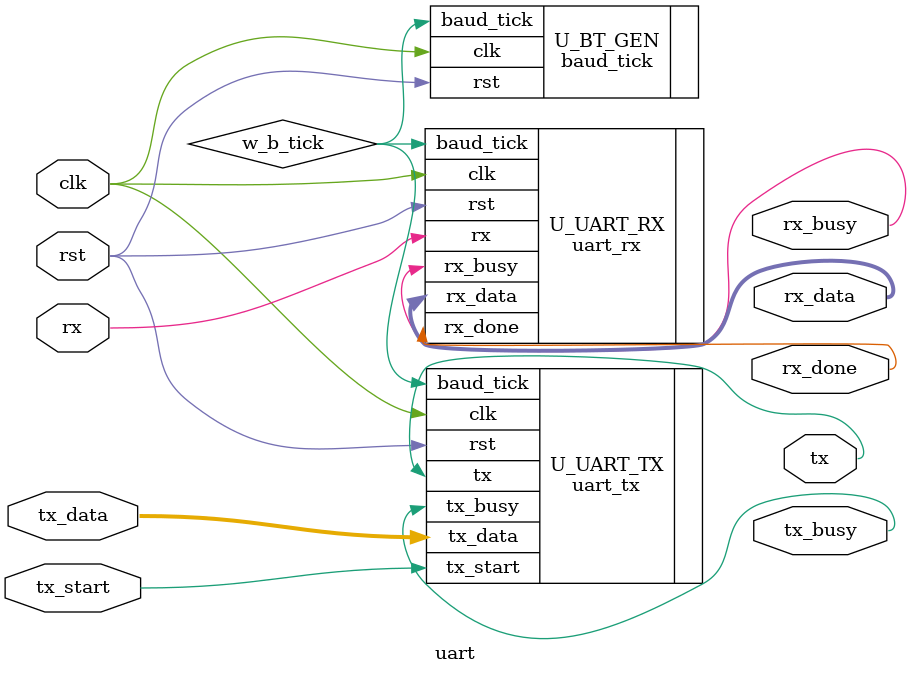
<source format=v>
`timescale 1ns / 1ps


module uart(
    // clock & reset
    input        clk        ,
    input        rst        ,

    // tx module
    input        tx_start   ,
    input  [7:0] tx_data    ,
    output       tx         ,
    output       tx_busy    ,

    // rx module
    input        rx         ,
    output [7:0] rx_data    ,
    output       rx_busy    ,
    output       rx_done
    );

    wire w_b_tick;

    baud_tick #(.BAUD_RATE(9600)) U_BT_GEN(
        .clk          (clk),
        .rst          (rst),
        .baud_tick    (w_b_tick)
    );

    uart_tx U_UART_TX(
        .clk         (clk),
        .rst         (rst),
        .tx_start    (tx_start),
        .tx_data     (tx_data),
        .baud_tick   (w_b_tick),
        .tx          (tx),
        .tx_busy     (tx_busy)
    );

    uart_rx U_UART_RX(
        .clk              (clk),
        .rst              (rst),
        .rx               (rx),
        .baud_tick        (w_b_tick),
        .rx_data          (rx_data),
        .rx_busy          (rx_busy),
        .rx_done          (rx_done)
    );
endmodule

</source>
